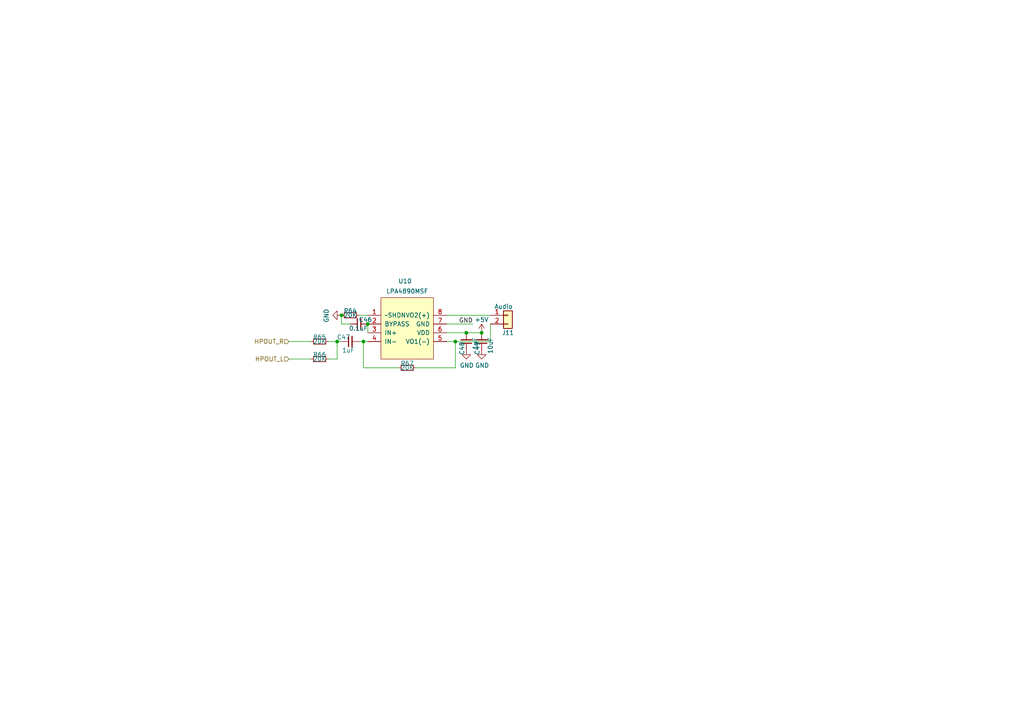
<source format=kicad_sch>
(kicad_sch (version 20210606) (generator eeschema)
  (paper "A4")
  (lib_symbols
    (symbol "Connector_Generic:Conn_01x02" (pin_names (offset 1.016) hide)
      (property "Reference" "J" (at 0 2.54 0))
      (property "Value" "Conn_01x02" (at 0 -5.08 0))
      (symbol "Conn_01x02_1_1"
        (rectangle (start -1.27 -2.413) (end 0 -2.667) (stroke (width 0.1524)))
        (rectangle (start -1.27 0.127) (end 0 -0.127) (stroke (width 0.1524)))
        (rectangle (start -1.27 1.27) (end 1.27 -3.81) (stroke (width 0.254)) (fill (type background)))
        (pin passive line (at -5.08 0 0) (length 3.81) (name "Pin_1") (number "1"))
        (pin passive line (at -5.08 -2.54 0) (length 3.81) (name "Pin_2") (number "2"))
      )
    )
    (symbol "Device:C_Small" (pin_numbers hide) (pin_names (offset 0.254) hide)
      (property "Reference" "C" (at 0.254 1.778 0))
      (property "Value" "C_Small" (at 0.254 -2.032 0))
      (symbol "C_Small_0_1"
        (polyline (pts (xy -1.524 -0.508) (xy 1.524 -0.508)) (stroke (width 0.3302)))
        (polyline (pts (xy -1.524 0.508) (xy 1.524 0.508)) (stroke (width 0.3048)))
      )
      (symbol "C_Small_1_1"
        (pin passive line (at 0 2.54 270) (length 2.032) (name "~") (number "1"))
        (pin passive line (at 0 -2.54 90) (length 2.032) (name "~") (number "2"))
      )
    )
    (symbol "Device:R_Small" (pin_numbers hide) (pin_names (offset 0.254) hide)
      (property "Reference" "R" (at 0.762 0.508 0))
      (property "Value" "R_Small" (at 0.762 -1.016 0))
      (symbol "R_Small_0_1"
        (rectangle (start -0.762 1.778) (end 0.762 -1.778) (stroke (width 0.2032)))
      )
      (symbol "R_Small_1_1"
        (pin passive line (at 0 2.54 270) (length 0.762) (name "~") (number "1"))
        (pin passive line (at 0 -2.54 90) (length 0.762) (name "~") (number "2"))
      )
    )
    (symbol "power:+5V" (power) (pin_names (offset 0))
      (property "Value" "+5V" (at 0 3.556 0))
      (symbol "+5V_0_1"
        (polyline (pts (xy -0.762 1.27) (xy 0 2.54)))
        (polyline (pts (xy 0 0) (xy 0 2.54)))
        (polyline (pts (xy 0 2.54) (xy 0.762 1.27)))
      )
      (symbol "+5V_1_1"
        (pin power_in line (at 0 0 90) (length 0) hide (name "+5V") (number "1"))
      )
    )
    (symbol "power:GND" (power) (pin_names (offset 0))
      (property "Value" "GND" (at 0 -3.81 0))
      (symbol "GND_0_1"
        (polyline (pts (xy 0 0) (xy 0 -1.27) (xy 1.27 -1.27) (xy 0 -2.54) (xy -1.27 -1.27) (xy 0 -1.27)))
      )
      (symbol "GND_1_1"
        (pin power_in line (at 0 0 270) (length 0) hide (name "GND") (number "1"))
      )
    )
    (symbol "weather_station-rescue:LPA4890MSF-My_Symbol" (pin_names (offset 1.016))
      (property "Reference" "U" (at 0 12.7 0))
      (property "Value" "LPA4890MSF-My_Symbol" (at 0 10.16 0))
      (symbol "LPA4890MSF-My_Symbol_0_1"
        (rectangle (start -7.62 8.89) (end 7.62 -8.89) (fill (type background)))
      )
      (symbol "LPA4890MSF-My_Symbol_1_1"
        (pin passive line (at -11.43 3.81 0) (length 3.81) (name "~SHDN") (number "1"))
        (pin passive line (at -11.43 1.27 0) (length 3.81) (name "BYPASS") (number "2"))
        (pin passive line (at -11.43 -1.27 0) (length 3.81) (name "IN+") (number "3"))
        (pin passive line (at -11.43 -3.81 0) (length 3.81) (name "IN-") (number "4"))
        (pin passive line (at 11.43 -3.81 180) (length 3.81) (name "VO1(-)") (number "5"))
        (pin passive line (at 11.43 -1.27 180) (length 3.81) (name "VDD") (number "6"))
        (pin passive line (at 11.43 1.27 180) (length 3.81) (name "GND") (number "7"))
        (pin passive line (at 11.43 3.81 180) (length 3.81) (name "VO2(+)") (number "8"))
      )
    )
  )
  (junction (at 97.79 99.06) (diameter 0.9144))
  (junction (at 99.06 91.44) (diameter 0.9144))
  (junction (at 105.41 99.06) (diameter 0.9144))
  (junction (at 106.68 93.98) (diameter 0.9144))
  (junction (at 132.08 99.06) (diameter 0.9144))
  (junction (at 135.255 96.52) (diameter 0.9144))
  (junction (at 139.7 96.52) (diameter 0.9144))
  (wire (pts (xy 83.82 99.06) (xy 90.17 99.06)))
  (wire (pts (xy 83.82 104.14) (xy 90.17 104.14)))
  (wire (pts (xy 95.25 99.06) (xy 97.79 99.06)))
  (wire (pts (xy 97.79 99.06) (xy 97.79 104.14)))
  (wire (pts (xy 97.79 99.06) (xy 99.06 99.06)))
  (wire (pts (xy 97.79 104.14) (xy 95.25 104.14)))
  (wire (pts (xy 99.06 93.98) (xy 99.06 91.44)))
  (wire (pts (xy 101.6 93.98) (xy 99.06 93.98)))
  (wire (pts (xy 104.14 91.44) (xy 106.68 91.44)))
  (wire (pts (xy 104.14 99.06) (xy 105.41 99.06)))
  (wire (pts (xy 105.41 99.06) (xy 106.68 99.06)))
  (wire (pts (xy 105.41 106.68) (xy 105.41 99.06)))
  (wire (pts (xy 106.68 96.52) (xy 106.68 93.98)))
  (wire (pts (xy 115.57 106.68) (xy 105.41 106.68)))
  (wire (pts (xy 129.54 91.44) (xy 142.24 91.44)))
  (wire (pts (xy 129.54 93.98) (xy 137.16 93.98)))
  (wire (pts (xy 129.54 99.06) (xy 132.08 99.06)))
  (wire (pts (xy 132.08 99.06) (xy 132.08 106.68)))
  (wire (pts (xy 132.08 99.06) (xy 142.24 99.06)))
  (wire (pts (xy 132.08 106.68) (xy 120.65 106.68)))
  (wire (pts (xy 135.255 96.52) (xy 129.54 96.52)))
  (wire (pts (xy 135.255 96.52) (xy 139.7 96.52)))
  (wire (pts (xy 142.24 99.06) (xy 142.24 93.98)))
  (label "GND" (at 137.16 93.98 180))
  (hierarchical_label "HPOUT_R" (shape input) (at 83.82 99.06 180))
  (hierarchical_label "HPOUT_L" (shape input) (at 83.82 104.14 180))
  (symbol (lib_id "power:+5V") (at 139.7 96.52 0) (unit 1)
    (property "Reference" "#PWR0121" (effects hide))
    (property "Value" "+5V" (at 139.7 92.71 0))
  )
  (symbol (lib_id "power:GND") (at 99.06 91.44 270) (unit 1)
    (property "Reference" "#PWR0117" (effects hide))
    (property "Value" "GND" (at 94.6658 91.567 0))
  )
  (symbol (lib_id "power:GND") (at 135.255 101.6 0) (unit 1)
    (property "Reference" "#PWR0118" (effects hide))
    (property "Value" "GND" (at 135.382 105.9942 0))
  )
  (symbol (lib_id "power:GND") (at 139.7 101.6 0) (unit 1)
    (property "Reference" "#PWR0119" (effects hide))
    (property "Value" "GND" (at 139.827 105.9942 0))
  )
  (symbol (lib_id "Device:R_Small") (at 92.71 99.06 90) (unit 1)
    (property "Reference" "R65" (at 92.71 97.79 90))
    (property "Value" "20K" (at 92.71 99.06 90))
    (property "Footprint" "Resistor_SMD:R_0603_1608Metric" (effects hide))
    (property "Datasheet" "~{}" (effects hide))
  )
  (symbol (lib_id "Device:R_Small") (at 92.71 104.14 90) (unit 1)
    (property "Reference" "R66" (at 92.71 102.87 90))
    (property "Value" "20K" (at 92.71 104.14 90))
    (property "Footprint" "Resistor_SMD:R_0603_1608Metric" (effects hide))
    (property "Datasheet" "~{}" (effects hide))
  )
  (symbol (lib_id "Device:R_Small") (at 101.6 91.44 90) (unit 1)
    (property "Reference" "R64" (at 101.6 90.17 90))
    (property "Value" "20K" (at 101.6 91.44 90))
    (property "Footprint" "Resistor_SMD:R_0603_1608Metric" (effects hide))
    (property "Datasheet" "~{}" (effects hide))
  )
  (symbol (lib_id "Device:R_Small") (at 118.11 106.68 90) (unit 1)
    (property "Reference" "R67" (at 118.11 105.41 90))
    (property "Value" "20K" (at 118.11 106.68 90))
    (property "Footprint" "Resistor_SMD:R_0603_1608Metric" (effects hide))
    (property "Datasheet" "~{}" (effects hide))
  )
  (symbol (lib_id "Device:C_Small") (at 101.6 99.06 90) (unit 1)
    (property "Reference" "C47" (at 101.6 97.79 90) (effects (justify left)))
    (property "Value" "1uF" (at 102.87 101.6 90) (effects (justify left)))
    (property "Footprint" "Capacitor_SMD:C_0603_1608Metric" (effects hide))
    (property "Datasheet" "~{}" (effects hide))
  )
  (symbol (lib_id "Device:C_Small") (at 104.14 93.98 90) (unit 1)
    (property "Reference" "C46" (at 107.95 92.71 90) (effects (justify left)))
    (property "Value" "0.1uF" (at 106.68 95.25 90) (effects (justify left)))
    (property "Footprint" "Capacitor_SMD:C_0603_1608Metric" (effects hide))
    (property "Datasheet" "~{}" (effects hide))
  )
  (symbol (lib_id "Device:C_Small") (at 135.255 99.06 180) (unit 1)
    (property "Reference" "C48" (at 133.985 99.06 90) (effects (justify left)))
    (property "Value" "1uF" (at 137.795 97.79 90) (effects (justify left)))
    (property "Footprint" "Capacitor_SMD:C_0603_1608Metric" (effects hide))
    (property "Datasheet" "~{}" (effects hide))
  )
  (symbol (lib_id "Device:C_Small") (at 139.7 99.06 180) (unit 1)
    (property "Reference" "C49" (at 138.43 99.06 90) (effects (justify left)))
    (property "Value" "10uF" (at 142.24 97.79 90) (effects (justify left)))
    (property "Footprint" "Capacitor_SMD:C_0603_1608Metric" (effects hide))
    (property "Datasheet" "~{}" (effects hide))
  )
  (symbol (lib_id "Connector_Generic:Conn_01x02") (at 147.32 91.44 0) (unit 1)
    (property "Reference" "J11" (at 147.32 96.52 0))
    (property "Value" "Audio" (at 146.05 88.9 0))
    (property "Footprint" "Connector_JST:JST_XH_B2B-XH-A_1x02_P2.50mm_Vertical" (effects hide))
    (property "Datasheet" "~{}" (effects hide))
  )
  (symbol (lib_id "weather_station-rescue:LPA4890MSF-My_Symbol") (at 118.11 95.25 0) (unit 1)
    (property "Reference" "U10" (at 117.475 81.534 0))
    (property "Value" "LPA4890MSF" (at 118.11 84.4804 0))
    (property "Footprint" "Package_SO:SOP-8_3.9x4.9mm_P1.27mm" (effects hide))
  )
)
</source>
